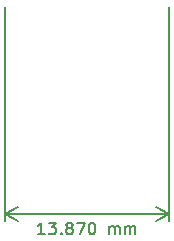
<source format=gbr>
%TF.GenerationSoftware,KiCad,Pcbnew,(5.1.10)-1*%
%TF.CreationDate,2021-10-24T00:58:49+05:30*%
%TF.ProjectId,Modbus_IO_Board,4d6f6462-7573-45f4-994f-5f426f617264,rev?*%
%TF.SameCoordinates,Original*%
%TF.FileFunction,OtherDrawing,Comment*%
%FSLAX46Y46*%
G04 Gerber Fmt 4.6, Leading zero omitted, Abs format (unit mm)*
G04 Created by KiCad (PCBNEW (5.1.10)-1) date 2021-10-24 00:58:49*
%MOMM*%
%LPD*%
G01*
G04 APERTURE LIST*
%ADD10C,0.150000*%
G04 APERTURE END LIST*
D10*
X134893571Y-135282380D02*
X134322142Y-135282380D01*
X134607857Y-135282380D02*
X134607857Y-134282380D01*
X134512619Y-134425238D01*
X134417380Y-134520476D01*
X134322142Y-134568095D01*
X135226904Y-134282380D02*
X135845952Y-134282380D01*
X135512619Y-134663333D01*
X135655476Y-134663333D01*
X135750714Y-134710952D01*
X135798333Y-134758571D01*
X135845952Y-134853809D01*
X135845952Y-135091904D01*
X135798333Y-135187142D01*
X135750714Y-135234761D01*
X135655476Y-135282380D01*
X135369761Y-135282380D01*
X135274523Y-135234761D01*
X135226904Y-135187142D01*
X136274523Y-135187142D02*
X136322142Y-135234761D01*
X136274523Y-135282380D01*
X136226904Y-135234761D01*
X136274523Y-135187142D01*
X136274523Y-135282380D01*
X136893571Y-134710952D02*
X136798333Y-134663333D01*
X136750714Y-134615714D01*
X136703095Y-134520476D01*
X136703095Y-134472857D01*
X136750714Y-134377619D01*
X136798333Y-134330000D01*
X136893571Y-134282380D01*
X137084047Y-134282380D01*
X137179285Y-134330000D01*
X137226904Y-134377619D01*
X137274523Y-134472857D01*
X137274523Y-134520476D01*
X137226904Y-134615714D01*
X137179285Y-134663333D01*
X137084047Y-134710952D01*
X136893571Y-134710952D01*
X136798333Y-134758571D01*
X136750714Y-134806190D01*
X136703095Y-134901428D01*
X136703095Y-135091904D01*
X136750714Y-135187142D01*
X136798333Y-135234761D01*
X136893571Y-135282380D01*
X137084047Y-135282380D01*
X137179285Y-135234761D01*
X137226904Y-135187142D01*
X137274523Y-135091904D01*
X137274523Y-134901428D01*
X137226904Y-134806190D01*
X137179285Y-134758571D01*
X137084047Y-134710952D01*
X137607857Y-134282380D02*
X138274523Y-134282380D01*
X137845952Y-135282380D01*
X138845952Y-134282380D02*
X138941190Y-134282380D01*
X139036428Y-134330000D01*
X139084047Y-134377619D01*
X139131666Y-134472857D01*
X139179285Y-134663333D01*
X139179285Y-134901428D01*
X139131666Y-135091904D01*
X139084047Y-135187142D01*
X139036428Y-135234761D01*
X138941190Y-135282380D01*
X138845952Y-135282380D01*
X138750714Y-135234761D01*
X138703095Y-135187142D01*
X138655476Y-135091904D01*
X138607857Y-134901428D01*
X138607857Y-134663333D01*
X138655476Y-134472857D01*
X138703095Y-134377619D01*
X138750714Y-134330000D01*
X138845952Y-134282380D01*
X140369761Y-135282380D02*
X140369761Y-134615714D01*
X140369761Y-134710952D02*
X140417380Y-134663333D01*
X140512619Y-134615714D01*
X140655476Y-134615714D01*
X140750714Y-134663333D01*
X140798333Y-134758571D01*
X140798333Y-135282380D01*
X140798333Y-134758571D02*
X140845952Y-134663333D01*
X140941190Y-134615714D01*
X141084047Y-134615714D01*
X141179285Y-134663333D01*
X141226904Y-134758571D01*
X141226904Y-135282380D01*
X141703095Y-135282380D02*
X141703095Y-134615714D01*
X141703095Y-134710952D02*
X141750714Y-134663333D01*
X141845952Y-134615714D01*
X141988809Y-134615714D01*
X142084047Y-134663333D01*
X142131666Y-134758571D01*
X142131666Y-135282380D01*
X142131666Y-134758571D02*
X142179285Y-134663333D01*
X142274523Y-134615714D01*
X142417380Y-134615714D01*
X142512619Y-134663333D01*
X142560238Y-134758571D01*
X142560238Y-135282380D01*
X131530000Y-133530000D02*
X145400000Y-133530000D01*
X131530000Y-115990000D02*
X131530000Y-134116421D01*
X145400000Y-115990000D02*
X145400000Y-134116421D01*
X145400000Y-133530000D02*
X144273496Y-134116421D01*
X145400000Y-133530000D02*
X144273496Y-132943579D01*
X131530000Y-133530000D02*
X132656504Y-134116421D01*
X131530000Y-133530000D02*
X132656504Y-132943579D01*
M02*

</source>
